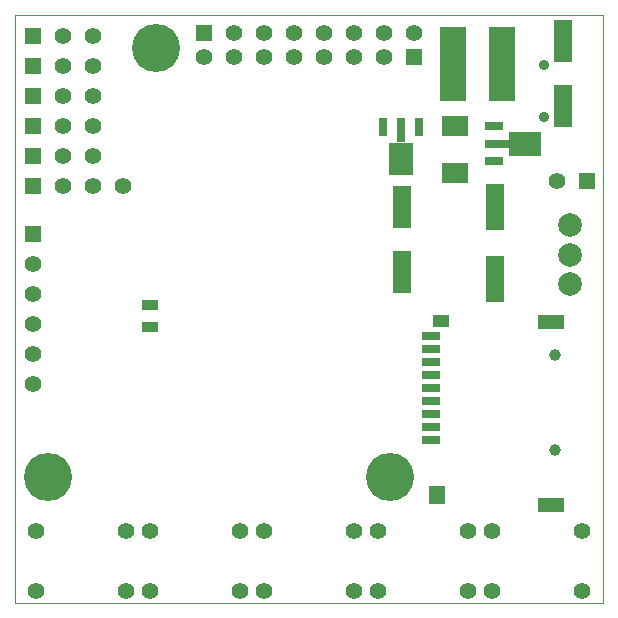
<source format=gbs>
G04 (created by PCBNEW (2013-07-07 BZR 4022)-stable) date 11/09/2014 22:00:23*
%MOIN*%
G04 Gerber Fmt 3.4, Leading zero omitted, Abs format*
%FSLAX34Y34*%
G01*
G70*
G90*
G04 APERTURE LIST*
%ADD10C,0.000787402*%
%ADD11C,0.00393701*%
%ADD12R,0.055X0.055*%
%ADD13C,0.055*%
%ADD14R,0.063X0.0276*%
%ADD15R,0.0827X0.0276*%
%ADD16R,0.1083X0.0787*%
%ADD17R,0.0276X0.063*%
%ADD18R,0.0276X0.0827*%
%ADD19R,0.0787X0.1083*%
%ADD20R,0.0629921X0.0275591*%
%ADD21R,0.0866142X0.0472441*%
%ADD22R,0.0551181X0.0433071*%
%ADD23R,0.0551181X0.0629921*%
%ADD24C,0.0393701*%
%ADD25C,0.0787*%
%ADD26R,0.0866X0.0709*%
%ADD27R,0.063X0.1575*%
%ADD28R,0.063X0.1417*%
%ADD29R,0.0866X0.248*%
%ADD30C,0.0354*%
%ADD31R,0.055X0.035*%
%ADD32C,0.16*%
G04 APERTURE END LIST*
G54D10*
G54D11*
X20000Y-36200D02*
X20000Y-16600D01*
X39600Y-36200D02*
X20000Y-36200D01*
X39600Y-16600D02*
X39600Y-36200D01*
X20000Y-16600D02*
X39600Y-16600D01*
G54D12*
X26300Y-17200D03*
G54D13*
X27300Y-17200D03*
X28300Y-17200D03*
X29300Y-17200D03*
X30300Y-17200D03*
X31300Y-17200D03*
X32300Y-17200D03*
X33300Y-17200D03*
X23700Y-33800D03*
X23700Y-35800D03*
X20700Y-33800D03*
X20700Y-35800D03*
X27500Y-33800D03*
X27500Y-35800D03*
X24500Y-33800D03*
X24500Y-35800D03*
X31300Y-33800D03*
X31300Y-35800D03*
X28300Y-33800D03*
X28300Y-35800D03*
X35100Y-33800D03*
X35100Y-35800D03*
X32100Y-33800D03*
X32100Y-35800D03*
X38900Y-33800D03*
X38900Y-35800D03*
X35900Y-33800D03*
X35900Y-35800D03*
G54D14*
X35952Y-21491D03*
G54D15*
X36050Y-20900D03*
G54D14*
X35952Y-20309D03*
G54D16*
X36995Y-20900D03*
G54D12*
X33300Y-18000D03*
G54D13*
X32300Y-18000D03*
X31300Y-18000D03*
X30300Y-18000D03*
X29300Y-18000D03*
X28300Y-18000D03*
X27300Y-18000D03*
X26300Y-18000D03*
G54D12*
X20600Y-23900D03*
G54D13*
X20600Y-24900D03*
X20600Y-25900D03*
X20600Y-26900D03*
X20600Y-27900D03*
X20600Y-28900D03*
G54D12*
X20600Y-18300D03*
G54D13*
X21600Y-18300D03*
X22600Y-18300D03*
G54D12*
X20600Y-21300D03*
G54D13*
X21600Y-21300D03*
X22600Y-21300D03*
G54D12*
X20600Y-20300D03*
G54D13*
X21600Y-20300D03*
X22600Y-20300D03*
G54D12*
X20600Y-19300D03*
G54D13*
X21600Y-19300D03*
X22600Y-19300D03*
G54D12*
X20600Y-17300D03*
G54D13*
X21600Y-17300D03*
X22600Y-17300D03*
G54D17*
X32259Y-20352D03*
G54D18*
X32850Y-20450D03*
G54D17*
X33441Y-20352D03*
G54D19*
X32850Y-21395D03*
G54D20*
X33866Y-29900D03*
X33866Y-30333D03*
X33866Y-30766D03*
X33866Y-29466D03*
X33866Y-29033D03*
X33866Y-28600D03*
X33866Y-28167D03*
X33866Y-27734D03*
X33866Y-27301D03*
G54D21*
X37842Y-26848D03*
X37842Y-32951D03*
G54D22*
X34181Y-26809D03*
G54D23*
X34062Y-32596D03*
G54D24*
X38000Y-27959D03*
X38000Y-31100D03*
G54D12*
X20600Y-22300D03*
G54D13*
X21600Y-22300D03*
X22600Y-22300D03*
X23600Y-22300D03*
G54D25*
X38500Y-25584D03*
X38500Y-24600D03*
X38500Y-23616D03*
G54D26*
X34650Y-20310D03*
X34650Y-21890D03*
G54D12*
X39050Y-22150D03*
G54D13*
X38050Y-22150D03*
G54D27*
X36000Y-22999D03*
X36000Y-25401D03*
G54D28*
X32900Y-23017D03*
X32900Y-25183D03*
X38250Y-19633D03*
X38250Y-17467D03*
G54D29*
X36207Y-18250D03*
X34593Y-18250D03*
G54D30*
X37615Y-20016D03*
X37615Y-18284D03*
G54D31*
X24500Y-26275D03*
X24500Y-27025D03*
G54D32*
X21100Y-32000D03*
X24700Y-17700D03*
X32500Y-32000D03*
M02*

</source>
